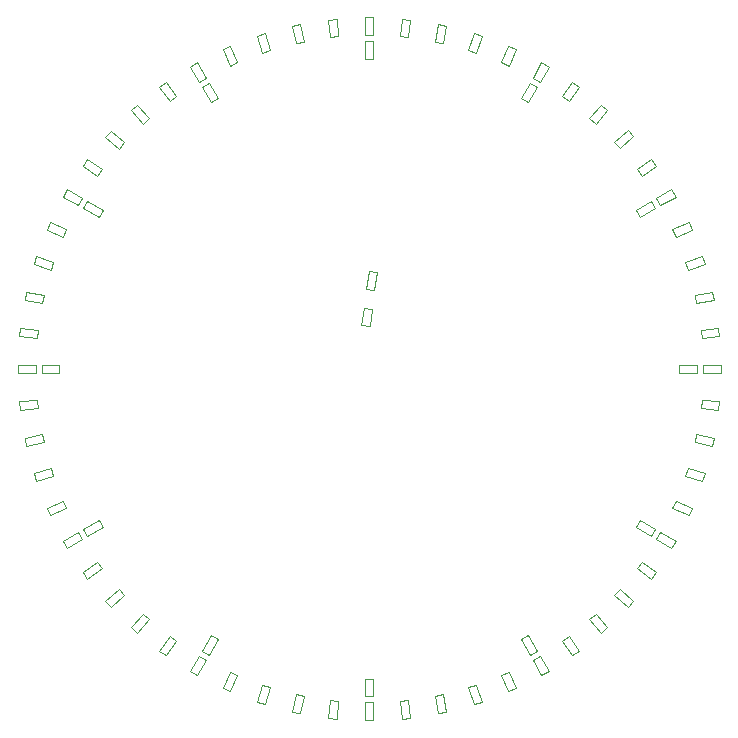
<source format=gbr>
%TF.GenerationSoftware,Altium Limited,Altium Designer,20.1.8 (145)*%
G04 Layer_Color=16777215*
%FSLAX43Y43*%
%MOMM*%
%TF.SameCoordinates,D169B7AB-BDD6-48C1-BF66-756871F3EBFE*%
%TF.FilePolarity,Positive*%
%TF.FileFunction,Legend,Top*%
%TF.Part,Single*%
G01*
G75*
%TA.AperFunction,NonConductor*%
%ADD113C,0.050*%
D113*
X1032150Y1073250D02*
X1032850D01*
X1032150Y1074750D02*
X1032850D01*
Y1073250D02*
Y1074750D01*
X1032150Y1073250D02*
Y1074750D01*
Y1071250D02*
X1032850D01*
X1032150Y1072750D02*
X1032850D01*
Y1071250D02*
Y1072750D01*
X1032150Y1071250D02*
Y1072750D01*
X1035105Y1073132D02*
X1035801Y1073059D01*
X1035262Y1074624D02*
X1035958Y1074550D01*
X1035801Y1073059D02*
X1035958Y1074550D01*
X1035105Y1073132D02*
X1035262Y1074624D01*
X1038031Y1072705D02*
X1038716Y1072560D01*
X1038343Y1074173D02*
X1039028Y1074027D01*
X1038716Y1072560D02*
X1039028Y1074027D01*
X1038031Y1072705D02*
X1038343Y1074173D01*
X1040897Y1071975D02*
X1041563Y1071759D01*
X1041360Y1073402D02*
X1042026Y1073186D01*
X1041563Y1071759D02*
X1042026Y1073186D01*
X1040897Y1071975D02*
X1041360Y1073402D01*
X1043671Y1070950D02*
X1044310Y1070665D01*
X1044281Y1072320D02*
X1044920Y1072036D01*
X1044310Y1070665D02*
X1044920Y1072036D01*
X1043671Y1070950D02*
X1044281Y1072320D01*
X1046322Y1069640D02*
X1046928Y1069290D01*
X1047072Y1070939D02*
X1047678Y1070589D01*
X1046928Y1069290D02*
X1047678Y1070589D01*
X1046322Y1069640D02*
X1047072Y1070939D01*
X1045322Y1067908D02*
X1045928Y1067558D01*
X1046072Y1069207D02*
X1046678Y1068857D01*
X1045928Y1067558D02*
X1046678Y1068857D01*
X1045322Y1067908D02*
X1046072Y1069207D01*
X1048822Y1068060D02*
X1049388Y1067649D01*
X1049703Y1069274D02*
X1050270Y1068863D01*
X1049388Y1067649D02*
X1050270Y1068863D01*
X1048822Y1068060D02*
X1049703Y1069274D01*
X1051143Y1066228D02*
X1051663Y1065760D01*
X1052147Y1067343D02*
X1052667Y1066874D01*
X1051663Y1065760D02*
X1052667Y1066874D01*
X1051143Y1066228D02*
X1052147Y1067343D01*
X1053256Y1064194D02*
X1053725Y1063674D01*
X1054370Y1065198D02*
X1054839Y1064678D01*
X1053725Y1063674D02*
X1054839Y1064678D01*
X1053256Y1064194D02*
X1054370Y1065198D01*
X1055149Y1061888D02*
X1055560Y1061322D01*
X1056363Y1062770D02*
X1056774Y1062203D01*
X1055560Y1061322D02*
X1056774Y1062203D01*
X1055149Y1061888D02*
X1056363Y1062770D01*
X1056790Y1059428D02*
X1057140Y1058822D01*
X1058089Y1060178D02*
X1058439Y1059572D01*
X1057140Y1058822D02*
X1058439Y1059572D01*
X1056790Y1059428D02*
X1058089Y1060178D01*
X1055058Y1058428D02*
X1055408Y1057822D01*
X1056357Y1059178D02*
X1056707Y1058572D01*
X1055408Y1057822D02*
X1056707Y1058572D01*
X1055058Y1058428D02*
X1056357Y1059178D01*
X1058165Y1056810D02*
X1058450Y1056171D01*
X1059536Y1057420D02*
X1059820Y1056781D01*
X1058450Y1056171D02*
X1059820Y1056781D01*
X1058165Y1056810D02*
X1059536Y1057420D01*
X1059259Y1054063D02*
X1059475Y1053397D01*
X1060686Y1054526D02*
X1060902Y1053860D01*
X1059475Y1053397D02*
X1060902Y1053860D01*
X1059259Y1054063D02*
X1060686Y1054526D01*
X1060060Y1051216D02*
X1060205Y1050531D01*
X1061527Y1051528D02*
X1061673Y1050843D01*
X1060205Y1050531D02*
X1061673Y1050843D01*
X1060060Y1051216D02*
X1061527Y1051528D01*
X1060559Y1048301D02*
X1060632Y1047605D01*
X1062050Y1048458D02*
X1062124Y1047762D01*
X1060632Y1047605D02*
X1062124Y1047762D01*
X1060559Y1048301D02*
X1062050Y1048458D01*
X1058750Y1044650D02*
Y1045350D01*
X1060250Y1044650D02*
Y1045350D01*
X1058750Y1044650D02*
X1060250D01*
X1058750Y1045350D02*
X1060250D01*
X1060750Y1044650D02*
Y1045350D01*
X1062250Y1044650D02*
Y1045350D01*
X1060750Y1044650D02*
X1062250D01*
X1060750Y1045350D02*
X1062250D01*
X1060559Y1041699D02*
X1060632Y1042395D01*
X1062050Y1041542D02*
X1062124Y1042238D01*
X1060559Y1041699D02*
X1062050Y1041542D01*
X1060632Y1042395D02*
X1062124Y1042238D01*
X1060060Y1038784D02*
X1060205Y1039469D01*
X1061527Y1038472D02*
X1061673Y1039157D01*
X1060060Y1038784D02*
X1061527Y1038472D01*
X1060205Y1039469D02*
X1061673Y1039157D01*
X1059259Y1035937D02*
X1059475Y1036603D01*
X1060686Y1035474D02*
X1060902Y1036140D01*
X1059259Y1035937D02*
X1060686Y1035474D01*
X1059475Y1036603D02*
X1060902Y1036140D01*
X1058165Y1033190D02*
X1058450Y1033829D01*
X1059536Y1032580D02*
X1059820Y1033219D01*
X1058165Y1033190D02*
X1059536Y1032580D01*
X1058450Y1033829D02*
X1059820Y1033219D01*
X1055058Y1031572D02*
X1055408Y1032178D01*
X1056357Y1030822D02*
X1056707Y1031428D01*
X1055058Y1031572D02*
X1056357Y1030822D01*
X1055408Y1032178D02*
X1056707Y1031428D01*
X1056790Y1030572D02*
X1057140Y1031178D01*
X1058089Y1029822D02*
X1058439Y1030428D01*
X1056790Y1030572D02*
X1058089Y1029822D01*
X1057140Y1031178D02*
X1058439Y1030428D01*
X1055149Y1028112D02*
X1055560Y1028678D01*
X1056363Y1027230D02*
X1056774Y1027797D01*
X1055149Y1028112D02*
X1056363Y1027230D01*
X1055560Y1028678D02*
X1056774Y1027797D01*
X1053260Y1025837D02*
X1053728Y1026357D01*
X1054374Y1024833D02*
X1054843Y1025353D01*
X1053260Y1025837D02*
X1054374Y1024833D01*
X1053728Y1026357D02*
X1054843Y1025353D01*
X1051143Y1023772D02*
X1051663Y1024240D01*
X1052147Y1022657D02*
X1052667Y1023126D01*
X1051143Y1023772D02*
X1052147Y1022657D01*
X1051663Y1024240D02*
X1052667Y1023126D01*
X1048822Y1021940D02*
X1049388Y1022351D01*
X1049703Y1020726D02*
X1050270Y1021137D01*
X1048822Y1021940D02*
X1049703Y1020726D01*
X1049388Y1022351D02*
X1050270Y1021137D01*
X1045322Y1022092D02*
X1045928Y1022442D01*
X1046072Y1020793D02*
X1046678Y1021143D01*
X1045322Y1022092D02*
X1046072Y1020793D01*
X1045928Y1022442D02*
X1046678Y1021143D01*
X1046322Y1020360D02*
X1046928Y1020710D01*
X1047072Y1019061D02*
X1047678Y1019411D01*
X1046322Y1020360D02*
X1047072Y1019061D01*
X1046928Y1020710D02*
X1047678Y1019411D01*
X1043671Y1019050D02*
X1044310Y1019335D01*
X1044281Y1017680D02*
X1044920Y1017964D01*
X1043671Y1019050D02*
X1044281Y1017680D01*
X1044310Y1019335D02*
X1044920Y1017964D01*
X1040897Y1018024D02*
X1041563Y1018241D01*
X1041360Y1016598D02*
X1042026Y1016814D01*
X1040897Y1018024D02*
X1041360Y1016598D01*
X1041563Y1018241D02*
X1042026Y1016814D01*
X1038031Y1017295D02*
X1038716Y1017440D01*
X1038343Y1015827D02*
X1039028Y1015973D01*
X1038031Y1017295D02*
X1038343Y1015827D01*
X1038716Y1017440D02*
X1039028Y1015973D01*
X1035105Y1016868D02*
X1035801Y1016941D01*
X1035262Y1015376D02*
X1035958Y1015450D01*
X1035105Y1016868D02*
X1035262Y1015376D01*
X1035801Y1016941D02*
X1035958Y1015450D01*
X1032150Y1018750D02*
X1032850D01*
X1032150Y1017250D02*
X1032850D01*
X1032150D02*
Y1018750D01*
X1032850Y1017250D02*
Y1018750D01*
X1032150Y1016750D02*
X1032850D01*
X1032150Y1015250D02*
X1032850D01*
X1032150D02*
Y1016750D01*
X1032850Y1015250D02*
Y1016750D01*
X1029199Y1016941D02*
X1029895Y1016868D01*
X1029042Y1015450D02*
X1029738Y1015376D01*
X1029042Y1015450D02*
X1029199Y1016941D01*
X1029738Y1015376D02*
X1029895Y1016868D01*
X1026284Y1017440D02*
X1026969Y1017295D01*
X1025972Y1015973D02*
X1026657Y1015827D01*
X1025972Y1015973D02*
X1026284Y1017440D01*
X1026657Y1015827D02*
X1026969Y1017295D01*
X1023437Y1018241D02*
X1024103Y1018024D01*
X1022974Y1016814D02*
X1023640Y1016598D01*
X1022974Y1016814D02*
X1023437Y1018241D01*
X1023640Y1016598D02*
X1024103Y1018024D01*
X1020690Y1019335D02*
X1021329Y1019050D01*
X1020080Y1017964D02*
X1020719Y1017680D01*
X1020080Y1017964D02*
X1020690Y1019335D01*
X1020719Y1017680D02*
X1021329Y1019050D01*
X1019072Y1022442D02*
X1019678Y1022092D01*
X1018322Y1021143D02*
X1018928Y1020793D01*
X1018322Y1021143D02*
X1019072Y1022442D01*
X1018928Y1020793D02*
X1019678Y1022092D01*
X1018072Y1020710D02*
X1018678Y1020360D01*
X1017322Y1019411D02*
X1017928Y1019061D01*
X1017322Y1019411D02*
X1018072Y1020710D01*
X1017928Y1019061D02*
X1018678Y1020360D01*
X1015612Y1022351D02*
X1016178Y1021940D01*
X1014730Y1021137D02*
X1015297Y1020726D01*
X1014730Y1021137D02*
X1015612Y1022351D01*
X1015297Y1020726D02*
X1016178Y1021940D01*
X1013337Y1024240D02*
X1013857Y1023772D01*
X1012333Y1023126D02*
X1012853Y1022657D01*
X1012333Y1023126D02*
X1013337Y1024240D01*
X1012853Y1022657D02*
X1013857Y1023772D01*
X1011272Y1026357D02*
X1011740Y1025837D01*
X1010157Y1025353D02*
X1010626Y1024833D01*
X1010157Y1025353D02*
X1011272Y1026357D01*
X1010626Y1024833D02*
X1011740Y1025837D01*
X1009440Y1028678D02*
X1009851Y1028112D01*
X1008226Y1027797D02*
X1008637Y1027230D01*
X1008226Y1027797D02*
X1009440Y1028678D01*
X1008637Y1027230D02*
X1009851Y1028112D01*
X1009592Y1032178D02*
X1009942Y1031572D01*
X1008293Y1031428D02*
X1008643Y1030822D01*
X1008293Y1031428D02*
X1009592Y1032178D01*
X1008643Y1030822D02*
X1009942Y1031572D01*
X1007860Y1031178D02*
X1008210Y1030572D01*
X1006561Y1030428D02*
X1006911Y1029822D01*
X1006561Y1030428D02*
X1007860Y1031178D01*
X1006911Y1029822D02*
X1008210Y1030572D01*
X1006550Y1033829D02*
X1006835Y1033190D01*
X1005180Y1033219D02*
X1005464Y1032580D01*
X1005180Y1033219D02*
X1006550Y1033829D01*
X1005464Y1032580D02*
X1006835Y1033190D01*
X1005524Y1036603D02*
X1005741Y1035937D01*
X1004098Y1036140D02*
X1004314Y1035474D01*
X1004098Y1036140D02*
X1005524Y1036603D01*
X1004314Y1035474D02*
X1005741Y1035937D01*
X1004795Y1039469D02*
X1004940Y1038784D01*
X1003327Y1039157D02*
X1003473Y1038472D01*
X1003327Y1039157D02*
X1004795Y1039469D01*
X1003473Y1038472D02*
X1004940Y1038784D01*
X1004368Y1042395D02*
X1004441Y1041699D01*
X1002876Y1042238D02*
X1002950Y1041542D01*
X1002876Y1042238D02*
X1004368Y1042395D01*
X1002950Y1041542D02*
X1004441Y1041699D01*
X1006250Y1044650D02*
Y1045350D01*
X1004750Y1044650D02*
Y1045350D01*
X1006250D01*
X1004750Y1044650D02*
X1006250D01*
X1004250D02*
Y1045350D01*
X1002750Y1044650D02*
Y1045350D01*
X1004250D01*
X1002750Y1044650D02*
X1004250D01*
X1004368Y1047605D02*
X1004441Y1048301D01*
X1002876Y1047762D02*
X1002950Y1048458D01*
X1004441Y1048301D01*
X1002876Y1047762D02*
X1004368Y1047605D01*
X1004795Y1050531D02*
X1004940Y1051216D01*
X1003327Y1050843D02*
X1003473Y1051528D01*
X1004940Y1051216D01*
X1003327Y1050843D02*
X1004795Y1050531D01*
X1005524Y1053397D02*
X1005741Y1054063D01*
X1004098Y1053860D02*
X1004314Y1054526D01*
X1005741Y1054063D01*
X1004098Y1053860D02*
X1005524Y1053397D01*
X1006550Y1056171D02*
X1006835Y1056810D01*
X1005180Y1056781D02*
X1005464Y1057420D01*
X1006835Y1056810D01*
X1005180Y1056781D02*
X1006550Y1056171D01*
X1009592Y1057822D02*
X1009942Y1058428D01*
X1008293Y1058572D02*
X1008643Y1059178D01*
X1009942Y1058428D01*
X1008293Y1058572D02*
X1009592Y1057822D01*
X1007860Y1058822D02*
X1008210Y1059428D01*
X1006561Y1059572D02*
X1006911Y1060178D01*
X1008210Y1059428D01*
X1006561Y1059572D02*
X1007860Y1058822D01*
X1009440Y1061322D02*
X1009851Y1061888D01*
X1008226Y1062203D02*
X1008637Y1062770D01*
X1009851Y1061888D01*
X1008226Y1062203D02*
X1009440Y1061322D01*
X1011272Y1063643D02*
X1011740Y1064163D01*
X1010157Y1064647D02*
X1010626Y1065167D01*
X1011740Y1064163D01*
X1010157Y1064647D02*
X1011272Y1063643D01*
X1013337Y1065760D02*
X1013857Y1066228D01*
X1012333Y1066874D02*
X1012853Y1067343D01*
X1013857Y1066228D01*
X1012333Y1066874D02*
X1013337Y1065760D01*
X1015612Y1067649D02*
X1016178Y1068060D01*
X1014730Y1068863D02*
X1015297Y1069274D01*
X1016178Y1068060D01*
X1014730Y1068863D02*
X1015612Y1067649D01*
X1018072Y1069290D02*
X1018678Y1069640D01*
X1017322Y1070589D02*
X1017928Y1070939D01*
X1018678Y1069640D01*
X1017322Y1070589D02*
X1018072Y1069290D01*
X1019072Y1067558D02*
X1019678Y1067908D01*
X1018322Y1068857D02*
X1018928Y1069207D01*
X1019678Y1067908D01*
X1018322Y1068857D02*
X1019072Y1067558D01*
X1020690Y1070665D02*
X1021329Y1070950D01*
X1020080Y1072036D02*
X1020719Y1072320D01*
X1021329Y1070950D01*
X1020080Y1072036D02*
X1020690Y1070665D01*
X1023437Y1071759D02*
X1024103Y1071975D01*
X1022974Y1073186D02*
X1023640Y1073402D01*
X1024103Y1071975D01*
X1022974Y1073186D02*
X1023437Y1071759D01*
X1026284Y1072560D02*
X1026969Y1072705D01*
X1025972Y1074027D02*
X1026657Y1074173D01*
X1026969Y1072705D01*
X1025972Y1074027D02*
X1026284Y1072560D01*
X1029199Y1073059D02*
X1029895Y1073132D01*
X1029042Y1074550D02*
X1029738Y1074624D01*
X1029895Y1073132D01*
X1029042Y1074550D02*
X1029199Y1073059D01*
X1032045Y1050178D02*
X1032739Y1050081D01*
X1031837Y1048693D02*
X1032530Y1048596D01*
X1031837Y1048693D02*
X1032045Y1050178D01*
X1032530Y1048596D02*
X1032739Y1050081D01*
X1032451Y1053248D02*
X1033145Y1053151D01*
X1032243Y1051763D02*
X1032936Y1051666D01*
X1032243Y1051763D02*
X1032451Y1053248D01*
X1032936Y1051666D02*
X1033145Y1053151D01*
%TF.MD5,9c92f077b117db1d7b07433dadbee8ff*%
M02*

</source>
